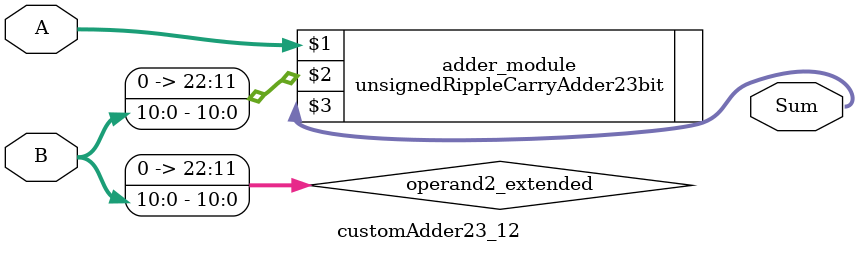
<source format=v>

module customAdder23_12(
                    input [22 : 0] A,
                    input [10 : 0] B,
                    
                    output [23 : 0] Sum
            );

    wire [22 : 0] operand2_extended;
    
    assign operand2_extended =  {12'b0, B};
    
    unsignedRippleCarryAdder23bit adder_module(
        A,
        operand2_extended,
        Sum
    );
    
endmodule
        
</source>
